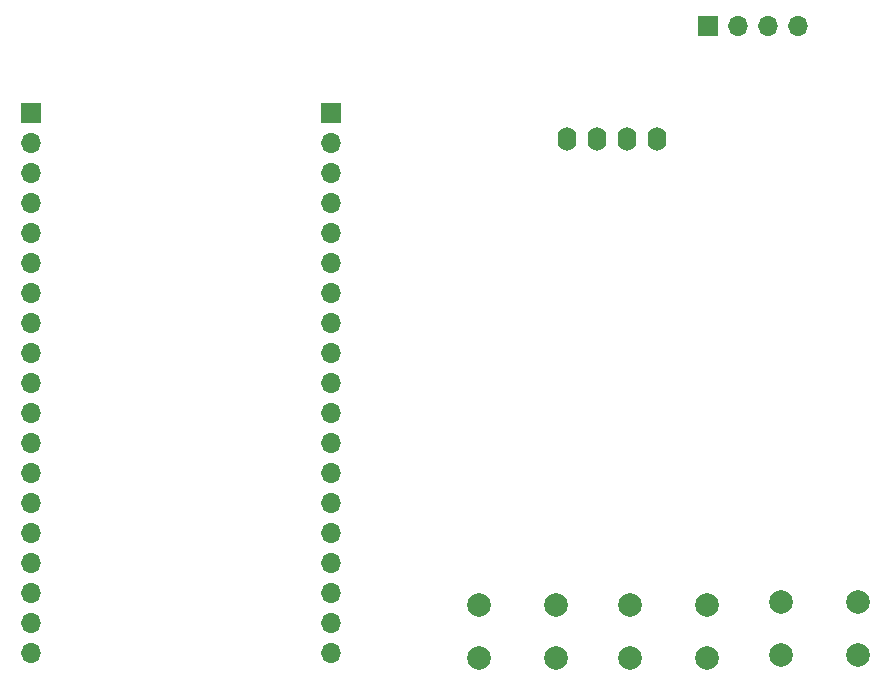
<source format=gbr>
%TF.GenerationSoftware,KiCad,Pcbnew,7.0.8-1.fc38*%
%TF.CreationDate,2023-11-06T19:13:25+00:00*%
%TF.ProjectId,Dev_habit_reminder,4465765f-6861-4626-9974-5f72656d696e,rev?*%
%TF.SameCoordinates,Original*%
%TF.FileFunction,Soldermask,Bot*%
%TF.FilePolarity,Negative*%
%FSLAX46Y46*%
G04 Gerber Fmt 4.6, Leading zero omitted, Abs format (unit mm)*
G04 Created by KiCad (PCBNEW 7.0.8-1.fc38) date 2023-11-06 19:13:25*
%MOMM*%
%LPD*%
G01*
G04 APERTURE LIST*
%ADD10R,1.700000X1.700000*%
%ADD11O,1.700000X1.700000*%
%ADD12O,1.600000X2.000000*%
%ADD13C,2.000000*%
G04 APERTURE END LIST*
D10*
%TO.C,U1*%
X112319208Y-72805507D03*
D11*
X112319208Y-75345507D03*
X112319208Y-77885507D03*
X112319208Y-80425507D03*
X112319208Y-82965507D03*
X112319208Y-85505507D03*
X112319208Y-88045507D03*
X112319208Y-90585507D03*
X112319208Y-93125507D03*
X112319208Y-95665507D03*
X112319208Y-98205507D03*
X112319208Y-100745507D03*
X112319208Y-103285507D03*
X112319208Y-105825507D03*
X112319208Y-108365507D03*
X112319208Y-110905507D03*
X112319208Y-113445507D03*
X112319208Y-115985507D03*
X112319208Y-118525507D03*
X137719208Y-118525507D03*
X137719208Y-115985507D03*
X137719208Y-113445507D03*
X137719208Y-110905507D03*
X137719208Y-108365507D03*
X137719208Y-105825507D03*
X137719208Y-103285507D03*
X137719208Y-100745507D03*
X137719208Y-98205507D03*
X137719208Y-95665507D03*
X137719208Y-93125507D03*
X137719208Y-90585507D03*
X137719208Y-88045507D03*
X137719208Y-85505507D03*
X137719208Y-82965507D03*
X137719208Y-80425507D03*
X137719208Y-77885507D03*
X137719208Y-75345507D03*
D10*
X137719208Y-72805507D03*
%TD*%
%TO.C,J1*%
X169590279Y-65481827D03*
D11*
X172130279Y-65481827D03*
X174670279Y-65481827D03*
X177210279Y-65481827D03*
%TD*%
D12*
%TO.C,Brd1*%
X157700000Y-75060000D03*
X160240000Y-75060000D03*
X162780000Y-75060000D03*
X165320000Y-75060000D03*
%TD*%
D13*
%TO.C,SW1*%
X156726351Y-114449741D03*
X150226351Y-114449741D03*
X156726351Y-118949741D03*
X150226351Y-118949741D03*
%TD*%
%TO.C,SW2*%
X169501351Y-114449741D03*
X163001351Y-114449741D03*
X169501351Y-118949741D03*
X163001351Y-118949741D03*
%TD*%
%TO.C,SW3*%
X182276351Y-114214632D03*
X175776351Y-114214632D03*
X182276351Y-118714632D03*
X175776351Y-118714632D03*
%TD*%
M02*

</source>
